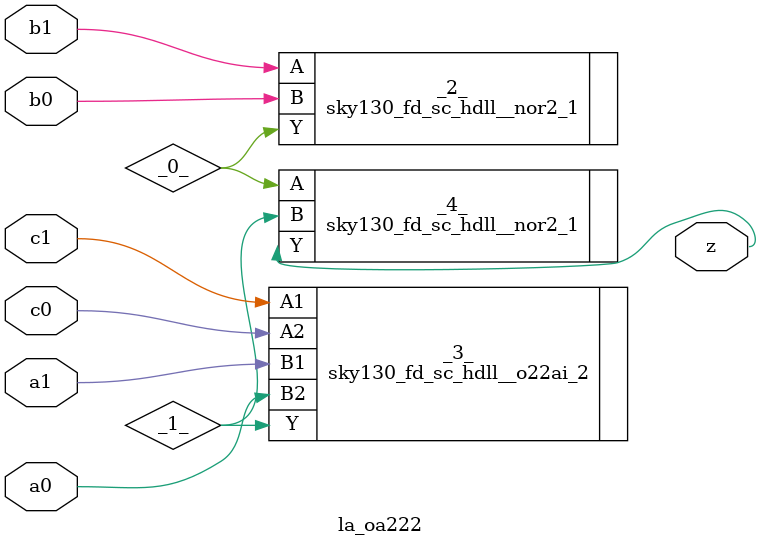
<source format=v>

/* Generated by Yosys 0.44 (git sha1 80ba43d26, g++ 11.4.0-1ubuntu1~22.04 -fPIC -O3) */

(* top =  1  *)
(* src = "generated" *)
module la_oa222 (
    a0,
    a1,
    b0,
    b1,
    c0,
    c1,
    z
);
  wire _0_;
  wire _1_;
  (* src = "generated" *)
  input a0;
  wire a0;
  (* src = "generated" *)
  input a1;
  wire a1;
  (* src = "generated" *)
  input b0;
  wire b0;
  (* src = "generated" *)
  input b1;
  wire b1;
  (* src = "generated" *)
  input c0;
  wire c0;
  (* src = "generated" *)
  input c1;
  wire c1;
  (* src = "generated" *)
  output z;
  wire z;
  sky130_fd_sc_hdll__nor2_1 _2_ (
      .A(b1),
      .B(b0),
      .Y(_0_)
  );
  sky130_fd_sc_hdll__o22ai_2 _3_ (
      .A1(c1),
      .A2(c0),
      .B1(a1),
      .B2(a0),
      .Y (_1_)
  );
  sky130_fd_sc_hdll__nor2_1 _4_ (
      .A(_0_),
      .B(_1_),
      .Y(z)
  );
endmodule

</source>
